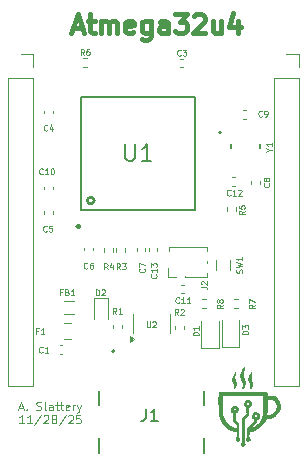
<source format=gbr>
%TF.GenerationSoftware,KiCad,Pcbnew,9.0.4*%
%TF.CreationDate,2025-11-28T03:43:33-08:00*%
%TF.ProjectId,ATmega32u4_Dev,41546d65-6761-4333-9275-345f4465762e,rev?*%
%TF.SameCoordinates,Original*%
%TF.FileFunction,Legend,Top*%
%TF.FilePolarity,Positive*%
%FSLAX46Y46*%
G04 Gerber Fmt 4.6, Leading zero omitted, Abs format (unit mm)*
G04 Created by KiCad (PCBNEW 9.0.4) date 2025-11-28 03:43:33*
%MOMM*%
%LPD*%
G01*
G04 APERTURE LIST*
%ADD10C,0.400000*%
%ADD11C,0.087500*%
%ADD12C,0.125000*%
%ADD13C,0.150000*%
%ADD14C,0.120000*%
%ADD15C,0.000000*%
%ADD16C,0.200000*%
%ADD17C,0.203200*%
%ADD18C,0.254000*%
%ADD19C,0.127000*%
G04 APERTURE END LIST*
D10*
X152202379Y-82176247D02*
X152964284Y-82176247D01*
X152049998Y-82633390D02*
X152583332Y-81033390D01*
X152583332Y-81033390D02*
X153116665Y-82633390D01*
X153421427Y-81566723D02*
X154030951Y-81566723D01*
X153649999Y-81033390D02*
X153649999Y-82404819D01*
X153649999Y-82404819D02*
X153726189Y-82557200D01*
X153726189Y-82557200D02*
X153878570Y-82633390D01*
X153878570Y-82633390D02*
X154030951Y-82633390D01*
X154564285Y-82633390D02*
X154564285Y-81566723D01*
X154564285Y-81719104D02*
X154640475Y-81642914D01*
X154640475Y-81642914D02*
X154792856Y-81566723D01*
X154792856Y-81566723D02*
X155021428Y-81566723D01*
X155021428Y-81566723D02*
X155173809Y-81642914D01*
X155173809Y-81642914D02*
X155249999Y-81795295D01*
X155249999Y-81795295D02*
X155249999Y-82633390D01*
X155249999Y-81795295D02*
X155326190Y-81642914D01*
X155326190Y-81642914D02*
X155478571Y-81566723D01*
X155478571Y-81566723D02*
X155707142Y-81566723D01*
X155707142Y-81566723D02*
X155859523Y-81642914D01*
X155859523Y-81642914D02*
X155935713Y-81795295D01*
X155935713Y-81795295D02*
X155935713Y-82633390D01*
X157307142Y-82557200D02*
X157154761Y-82633390D01*
X157154761Y-82633390D02*
X156849999Y-82633390D01*
X156849999Y-82633390D02*
X156697618Y-82557200D01*
X156697618Y-82557200D02*
X156621427Y-82404819D01*
X156621427Y-82404819D02*
X156621427Y-81795295D01*
X156621427Y-81795295D02*
X156697618Y-81642914D01*
X156697618Y-81642914D02*
X156849999Y-81566723D01*
X156849999Y-81566723D02*
X157154761Y-81566723D01*
X157154761Y-81566723D02*
X157307142Y-81642914D01*
X157307142Y-81642914D02*
X157383332Y-81795295D01*
X157383332Y-81795295D02*
X157383332Y-81947676D01*
X157383332Y-81947676D02*
X156621427Y-82100057D01*
X158754761Y-81566723D02*
X158754761Y-82861961D01*
X158754761Y-82861961D02*
X158678571Y-83014342D01*
X158678571Y-83014342D02*
X158602380Y-83090533D01*
X158602380Y-83090533D02*
X158449999Y-83166723D01*
X158449999Y-83166723D02*
X158221428Y-83166723D01*
X158221428Y-83166723D02*
X158069047Y-83090533D01*
X158754761Y-82557200D02*
X158602380Y-82633390D01*
X158602380Y-82633390D02*
X158297618Y-82633390D01*
X158297618Y-82633390D02*
X158145237Y-82557200D01*
X158145237Y-82557200D02*
X158069047Y-82481009D01*
X158069047Y-82481009D02*
X157992856Y-82328628D01*
X157992856Y-82328628D02*
X157992856Y-81871485D01*
X157992856Y-81871485D02*
X158069047Y-81719104D01*
X158069047Y-81719104D02*
X158145237Y-81642914D01*
X158145237Y-81642914D02*
X158297618Y-81566723D01*
X158297618Y-81566723D02*
X158602380Y-81566723D01*
X158602380Y-81566723D02*
X158754761Y-81642914D01*
X160202380Y-82633390D02*
X160202380Y-81795295D01*
X160202380Y-81795295D02*
X160126190Y-81642914D01*
X160126190Y-81642914D02*
X159973809Y-81566723D01*
X159973809Y-81566723D02*
X159669047Y-81566723D01*
X159669047Y-81566723D02*
X159516666Y-81642914D01*
X160202380Y-82557200D02*
X160049999Y-82633390D01*
X160049999Y-82633390D02*
X159669047Y-82633390D01*
X159669047Y-82633390D02*
X159516666Y-82557200D01*
X159516666Y-82557200D02*
X159440475Y-82404819D01*
X159440475Y-82404819D02*
X159440475Y-82252438D01*
X159440475Y-82252438D02*
X159516666Y-82100057D01*
X159516666Y-82100057D02*
X159669047Y-82023866D01*
X159669047Y-82023866D02*
X160049999Y-82023866D01*
X160049999Y-82023866D02*
X160202380Y-81947676D01*
X160811904Y-81033390D02*
X161802380Y-81033390D01*
X161802380Y-81033390D02*
X161269047Y-81642914D01*
X161269047Y-81642914D02*
X161497618Y-81642914D01*
X161497618Y-81642914D02*
X161649999Y-81719104D01*
X161649999Y-81719104D02*
X161726190Y-81795295D01*
X161726190Y-81795295D02*
X161802380Y-81947676D01*
X161802380Y-81947676D02*
X161802380Y-82328628D01*
X161802380Y-82328628D02*
X161726190Y-82481009D01*
X161726190Y-82481009D02*
X161649999Y-82557200D01*
X161649999Y-82557200D02*
X161497618Y-82633390D01*
X161497618Y-82633390D02*
X161040475Y-82633390D01*
X161040475Y-82633390D02*
X160888094Y-82557200D01*
X160888094Y-82557200D02*
X160811904Y-82481009D01*
X162411904Y-81185771D02*
X162488095Y-81109580D01*
X162488095Y-81109580D02*
X162640476Y-81033390D01*
X162640476Y-81033390D02*
X163021428Y-81033390D01*
X163021428Y-81033390D02*
X163173809Y-81109580D01*
X163173809Y-81109580D02*
X163250000Y-81185771D01*
X163250000Y-81185771D02*
X163326190Y-81338152D01*
X163326190Y-81338152D02*
X163326190Y-81490533D01*
X163326190Y-81490533D02*
X163250000Y-81719104D01*
X163250000Y-81719104D02*
X162335714Y-82633390D01*
X162335714Y-82633390D02*
X163326190Y-82633390D01*
X164697619Y-81566723D02*
X164697619Y-82633390D01*
X164011905Y-81566723D02*
X164011905Y-82404819D01*
X164011905Y-82404819D02*
X164088095Y-82557200D01*
X164088095Y-82557200D02*
X164240476Y-82633390D01*
X164240476Y-82633390D02*
X164469048Y-82633390D01*
X164469048Y-82633390D02*
X164621429Y-82557200D01*
X164621429Y-82557200D02*
X164697619Y-82481009D01*
X166145238Y-81566723D02*
X166145238Y-82633390D01*
X165764286Y-80957200D02*
X165383333Y-82100057D01*
X165383333Y-82100057D02*
X166373810Y-82100057D01*
D11*
X147633334Y-114332822D02*
X147966667Y-114332822D01*
X147566667Y-114532822D02*
X147800001Y-113832822D01*
X147800001Y-113832822D02*
X148033334Y-114532822D01*
X148266667Y-114466155D02*
X148300001Y-114499489D01*
X148300001Y-114499489D02*
X148266667Y-114532822D01*
X148266667Y-114532822D02*
X148233334Y-114499489D01*
X148233334Y-114499489D02*
X148266667Y-114466155D01*
X148266667Y-114466155D02*
X148266667Y-114532822D01*
X149100000Y-114499489D02*
X149200000Y-114532822D01*
X149200000Y-114532822D02*
X149366667Y-114532822D01*
X149366667Y-114532822D02*
X149433333Y-114499489D01*
X149433333Y-114499489D02*
X149466667Y-114466155D01*
X149466667Y-114466155D02*
X149500000Y-114399489D01*
X149500000Y-114399489D02*
X149500000Y-114332822D01*
X149500000Y-114332822D02*
X149466667Y-114266155D01*
X149466667Y-114266155D02*
X149433333Y-114232822D01*
X149433333Y-114232822D02*
X149366667Y-114199489D01*
X149366667Y-114199489D02*
X149233333Y-114166155D01*
X149233333Y-114166155D02*
X149166667Y-114132822D01*
X149166667Y-114132822D02*
X149133333Y-114099489D01*
X149133333Y-114099489D02*
X149100000Y-114032822D01*
X149100000Y-114032822D02*
X149100000Y-113966155D01*
X149100000Y-113966155D02*
X149133333Y-113899489D01*
X149133333Y-113899489D02*
X149166667Y-113866155D01*
X149166667Y-113866155D02*
X149233333Y-113832822D01*
X149233333Y-113832822D02*
X149400000Y-113832822D01*
X149400000Y-113832822D02*
X149500000Y-113866155D01*
X149900000Y-114532822D02*
X149833334Y-114499489D01*
X149833334Y-114499489D02*
X149800000Y-114432822D01*
X149800000Y-114432822D02*
X149800000Y-113832822D01*
X150466667Y-114532822D02*
X150466667Y-114166155D01*
X150466667Y-114166155D02*
X150433334Y-114099489D01*
X150433334Y-114099489D02*
X150366667Y-114066155D01*
X150366667Y-114066155D02*
X150233334Y-114066155D01*
X150233334Y-114066155D02*
X150166667Y-114099489D01*
X150466667Y-114499489D02*
X150400001Y-114532822D01*
X150400001Y-114532822D02*
X150233334Y-114532822D01*
X150233334Y-114532822D02*
X150166667Y-114499489D01*
X150166667Y-114499489D02*
X150133334Y-114432822D01*
X150133334Y-114432822D02*
X150133334Y-114366155D01*
X150133334Y-114366155D02*
X150166667Y-114299489D01*
X150166667Y-114299489D02*
X150233334Y-114266155D01*
X150233334Y-114266155D02*
X150400001Y-114266155D01*
X150400001Y-114266155D02*
X150466667Y-114232822D01*
X150700000Y-114066155D02*
X150966667Y-114066155D01*
X150800000Y-113832822D02*
X150800000Y-114432822D01*
X150800000Y-114432822D02*
X150833334Y-114499489D01*
X150833334Y-114499489D02*
X150900000Y-114532822D01*
X150900000Y-114532822D02*
X150966667Y-114532822D01*
X151100000Y-114066155D02*
X151366667Y-114066155D01*
X151200000Y-113832822D02*
X151200000Y-114432822D01*
X151200000Y-114432822D02*
X151233334Y-114499489D01*
X151233334Y-114499489D02*
X151300000Y-114532822D01*
X151300000Y-114532822D02*
X151366667Y-114532822D01*
X151866667Y-114499489D02*
X151800000Y-114532822D01*
X151800000Y-114532822D02*
X151666667Y-114532822D01*
X151666667Y-114532822D02*
X151600000Y-114499489D01*
X151600000Y-114499489D02*
X151566667Y-114432822D01*
X151566667Y-114432822D02*
X151566667Y-114166155D01*
X151566667Y-114166155D02*
X151600000Y-114099489D01*
X151600000Y-114099489D02*
X151666667Y-114066155D01*
X151666667Y-114066155D02*
X151800000Y-114066155D01*
X151800000Y-114066155D02*
X151866667Y-114099489D01*
X151866667Y-114099489D02*
X151900000Y-114166155D01*
X151900000Y-114166155D02*
X151900000Y-114232822D01*
X151900000Y-114232822D02*
X151566667Y-114299489D01*
X152200000Y-114532822D02*
X152200000Y-114066155D01*
X152200000Y-114199489D02*
X152233334Y-114132822D01*
X152233334Y-114132822D02*
X152266667Y-114099489D01*
X152266667Y-114099489D02*
X152333334Y-114066155D01*
X152333334Y-114066155D02*
X152400000Y-114066155D01*
X152566667Y-114066155D02*
X152733333Y-114532822D01*
X152900000Y-114066155D02*
X152733333Y-114532822D01*
X152733333Y-114532822D02*
X152666667Y-114699489D01*
X152666667Y-114699489D02*
X152633333Y-114732822D01*
X152633333Y-114732822D02*
X152566667Y-114766155D01*
X148049999Y-115659783D02*
X147649999Y-115659783D01*
X147849999Y-115659783D02*
X147849999Y-114959783D01*
X147849999Y-114959783D02*
X147783332Y-115059783D01*
X147783332Y-115059783D02*
X147716666Y-115126450D01*
X147716666Y-115126450D02*
X147649999Y-115159783D01*
X148716666Y-115659783D02*
X148316666Y-115659783D01*
X148516666Y-115659783D02*
X148516666Y-114959783D01*
X148516666Y-114959783D02*
X148449999Y-115059783D01*
X148449999Y-115059783D02*
X148383333Y-115126450D01*
X148383333Y-115126450D02*
X148316666Y-115159783D01*
X149516666Y-114926450D02*
X148916666Y-115826450D01*
X149716666Y-115026450D02*
X149749999Y-114993116D01*
X149749999Y-114993116D02*
X149816666Y-114959783D01*
X149816666Y-114959783D02*
X149983333Y-114959783D01*
X149983333Y-114959783D02*
X150049999Y-114993116D01*
X150049999Y-114993116D02*
X150083333Y-115026450D01*
X150083333Y-115026450D02*
X150116666Y-115093116D01*
X150116666Y-115093116D02*
X150116666Y-115159783D01*
X150116666Y-115159783D02*
X150083333Y-115259783D01*
X150083333Y-115259783D02*
X149683333Y-115659783D01*
X149683333Y-115659783D02*
X150116666Y-115659783D01*
X150516666Y-115259783D02*
X150450000Y-115226450D01*
X150450000Y-115226450D02*
X150416666Y-115193116D01*
X150416666Y-115193116D02*
X150383333Y-115126450D01*
X150383333Y-115126450D02*
X150383333Y-115093116D01*
X150383333Y-115093116D02*
X150416666Y-115026450D01*
X150416666Y-115026450D02*
X150450000Y-114993116D01*
X150450000Y-114993116D02*
X150516666Y-114959783D01*
X150516666Y-114959783D02*
X150650000Y-114959783D01*
X150650000Y-114959783D02*
X150716666Y-114993116D01*
X150716666Y-114993116D02*
X150750000Y-115026450D01*
X150750000Y-115026450D02*
X150783333Y-115093116D01*
X150783333Y-115093116D02*
X150783333Y-115126450D01*
X150783333Y-115126450D02*
X150750000Y-115193116D01*
X150750000Y-115193116D02*
X150716666Y-115226450D01*
X150716666Y-115226450D02*
X150650000Y-115259783D01*
X150650000Y-115259783D02*
X150516666Y-115259783D01*
X150516666Y-115259783D02*
X150450000Y-115293116D01*
X150450000Y-115293116D02*
X150416666Y-115326450D01*
X150416666Y-115326450D02*
X150383333Y-115393116D01*
X150383333Y-115393116D02*
X150383333Y-115526450D01*
X150383333Y-115526450D02*
X150416666Y-115593116D01*
X150416666Y-115593116D02*
X150450000Y-115626450D01*
X150450000Y-115626450D02*
X150516666Y-115659783D01*
X150516666Y-115659783D02*
X150650000Y-115659783D01*
X150650000Y-115659783D02*
X150716666Y-115626450D01*
X150716666Y-115626450D02*
X150750000Y-115593116D01*
X150750000Y-115593116D02*
X150783333Y-115526450D01*
X150783333Y-115526450D02*
X150783333Y-115393116D01*
X150783333Y-115393116D02*
X150750000Y-115326450D01*
X150750000Y-115326450D02*
X150716666Y-115293116D01*
X150716666Y-115293116D02*
X150650000Y-115259783D01*
X151583333Y-114926450D02*
X150983333Y-115826450D01*
X151783333Y-115026450D02*
X151816666Y-114993116D01*
X151816666Y-114993116D02*
X151883333Y-114959783D01*
X151883333Y-114959783D02*
X152050000Y-114959783D01*
X152050000Y-114959783D02*
X152116666Y-114993116D01*
X152116666Y-114993116D02*
X152150000Y-115026450D01*
X152150000Y-115026450D02*
X152183333Y-115093116D01*
X152183333Y-115093116D02*
X152183333Y-115159783D01*
X152183333Y-115159783D02*
X152150000Y-115259783D01*
X152150000Y-115259783D02*
X151750000Y-115659783D01*
X151750000Y-115659783D02*
X152183333Y-115659783D01*
X152816667Y-114959783D02*
X152483333Y-114959783D01*
X152483333Y-114959783D02*
X152450000Y-115293116D01*
X152450000Y-115293116D02*
X152483333Y-115259783D01*
X152483333Y-115259783D02*
X152550000Y-115226450D01*
X152550000Y-115226450D02*
X152716667Y-115226450D01*
X152716667Y-115226450D02*
X152783333Y-115259783D01*
X152783333Y-115259783D02*
X152816667Y-115293116D01*
X152816667Y-115293116D02*
X152850000Y-115359783D01*
X152850000Y-115359783D02*
X152850000Y-115526450D01*
X152850000Y-115526450D02*
X152816667Y-115593116D01*
X152816667Y-115593116D02*
X152783333Y-115626450D01*
X152783333Y-115626450D02*
X152716667Y-115659783D01*
X152716667Y-115659783D02*
X152550000Y-115659783D01*
X152550000Y-115659783D02*
X152483333Y-115626450D01*
X152483333Y-115626450D02*
X152450000Y-115593116D01*
D12*
X162824809Y-108219047D02*
X162324809Y-108219047D01*
X162324809Y-108219047D02*
X162324809Y-108099999D01*
X162324809Y-108099999D02*
X162348619Y-108028571D01*
X162348619Y-108028571D02*
X162396238Y-107980952D01*
X162396238Y-107980952D02*
X162443857Y-107957142D01*
X162443857Y-107957142D02*
X162539095Y-107933333D01*
X162539095Y-107933333D02*
X162610523Y-107933333D01*
X162610523Y-107933333D02*
X162705761Y-107957142D01*
X162705761Y-107957142D02*
X162753380Y-107980952D01*
X162753380Y-107980952D02*
X162801000Y-108028571D01*
X162801000Y-108028571D02*
X162824809Y-108099999D01*
X162824809Y-108099999D02*
X162824809Y-108219047D01*
X162824809Y-107457142D02*
X162824809Y-107742856D01*
X162824809Y-107599999D02*
X162324809Y-107599999D01*
X162324809Y-107599999D02*
X162396238Y-107647618D01*
X162396238Y-107647618D02*
X162443857Y-107695237D01*
X162443857Y-107695237D02*
X162467666Y-107742856D01*
X167604809Y-105633333D02*
X167366714Y-105799999D01*
X167604809Y-105919047D02*
X167104809Y-105919047D01*
X167104809Y-105919047D02*
X167104809Y-105728571D01*
X167104809Y-105728571D02*
X167128619Y-105680952D01*
X167128619Y-105680952D02*
X167152428Y-105657142D01*
X167152428Y-105657142D02*
X167200047Y-105633333D01*
X167200047Y-105633333D02*
X167271476Y-105633333D01*
X167271476Y-105633333D02*
X167319095Y-105657142D01*
X167319095Y-105657142D02*
X167342904Y-105680952D01*
X167342904Y-105680952D02*
X167366714Y-105728571D01*
X167366714Y-105728571D02*
X167366714Y-105919047D01*
X167104809Y-105466666D02*
X167104809Y-105133333D01*
X167104809Y-105133333D02*
X167604809Y-105347618D01*
X167024809Y-108106547D02*
X166524809Y-108106547D01*
X166524809Y-108106547D02*
X166524809Y-107987499D01*
X166524809Y-107987499D02*
X166548619Y-107916071D01*
X166548619Y-107916071D02*
X166596238Y-107868452D01*
X166596238Y-107868452D02*
X166643857Y-107844642D01*
X166643857Y-107844642D02*
X166739095Y-107820833D01*
X166739095Y-107820833D02*
X166810523Y-107820833D01*
X166810523Y-107820833D02*
X166905761Y-107844642D01*
X166905761Y-107844642D02*
X166953380Y-107868452D01*
X166953380Y-107868452D02*
X167001000Y-107916071D01*
X167001000Y-107916071D02*
X167024809Y-107987499D01*
X167024809Y-107987499D02*
X167024809Y-108106547D01*
X166524809Y-107654166D02*
X166524809Y-107344642D01*
X166524809Y-107344642D02*
X166715285Y-107511309D01*
X166715285Y-107511309D02*
X166715285Y-107439880D01*
X166715285Y-107439880D02*
X166739095Y-107392261D01*
X166739095Y-107392261D02*
X166762904Y-107368452D01*
X166762904Y-107368452D02*
X166810523Y-107344642D01*
X166810523Y-107344642D02*
X166929571Y-107344642D01*
X166929571Y-107344642D02*
X166977190Y-107368452D01*
X166977190Y-107368452D02*
X167001000Y-107392261D01*
X167001000Y-107392261D02*
X167024809Y-107439880D01*
X167024809Y-107439880D02*
X167024809Y-107582737D01*
X167024809Y-107582737D02*
X167001000Y-107630356D01*
X167001000Y-107630356D02*
X166977190Y-107654166D01*
X164874809Y-105633333D02*
X164636714Y-105799999D01*
X164874809Y-105919047D02*
X164374809Y-105919047D01*
X164374809Y-105919047D02*
X164374809Y-105728571D01*
X164374809Y-105728571D02*
X164398619Y-105680952D01*
X164398619Y-105680952D02*
X164422428Y-105657142D01*
X164422428Y-105657142D02*
X164470047Y-105633333D01*
X164470047Y-105633333D02*
X164541476Y-105633333D01*
X164541476Y-105633333D02*
X164589095Y-105657142D01*
X164589095Y-105657142D02*
X164612904Y-105680952D01*
X164612904Y-105680952D02*
X164636714Y-105728571D01*
X164636714Y-105728571D02*
X164636714Y-105919047D01*
X164589095Y-105347618D02*
X164565285Y-105395237D01*
X164565285Y-105395237D02*
X164541476Y-105419047D01*
X164541476Y-105419047D02*
X164493857Y-105442856D01*
X164493857Y-105442856D02*
X164470047Y-105442856D01*
X164470047Y-105442856D02*
X164422428Y-105419047D01*
X164422428Y-105419047D02*
X164398619Y-105395237D01*
X164398619Y-105395237D02*
X164374809Y-105347618D01*
X164374809Y-105347618D02*
X164374809Y-105252380D01*
X164374809Y-105252380D02*
X164398619Y-105204761D01*
X164398619Y-105204761D02*
X164422428Y-105180952D01*
X164422428Y-105180952D02*
X164470047Y-105157142D01*
X164470047Y-105157142D02*
X164493857Y-105157142D01*
X164493857Y-105157142D02*
X164541476Y-105180952D01*
X164541476Y-105180952D02*
X164565285Y-105204761D01*
X164565285Y-105204761D02*
X164589095Y-105252380D01*
X164589095Y-105252380D02*
X164589095Y-105347618D01*
X164589095Y-105347618D02*
X164612904Y-105395237D01*
X164612904Y-105395237D02*
X164636714Y-105419047D01*
X164636714Y-105419047D02*
X164684333Y-105442856D01*
X164684333Y-105442856D02*
X164779571Y-105442856D01*
X164779571Y-105442856D02*
X164827190Y-105419047D01*
X164827190Y-105419047D02*
X164851000Y-105395237D01*
X164851000Y-105395237D02*
X164874809Y-105347618D01*
X164874809Y-105347618D02*
X164874809Y-105252380D01*
X164874809Y-105252380D02*
X164851000Y-105204761D01*
X164851000Y-105204761D02*
X164827190Y-105180952D01*
X164827190Y-105180952D02*
X164779571Y-105157142D01*
X164779571Y-105157142D02*
X164684333Y-105157142D01*
X164684333Y-105157142D02*
X164636714Y-105180952D01*
X164636714Y-105180952D02*
X164612904Y-105204761D01*
X164612904Y-105204761D02*
X164589095Y-105252380D01*
X149616666Y-109627190D02*
X149592857Y-109651000D01*
X149592857Y-109651000D02*
X149521428Y-109674809D01*
X149521428Y-109674809D02*
X149473809Y-109674809D01*
X149473809Y-109674809D02*
X149402381Y-109651000D01*
X149402381Y-109651000D02*
X149354762Y-109603380D01*
X149354762Y-109603380D02*
X149330952Y-109555761D01*
X149330952Y-109555761D02*
X149307143Y-109460523D01*
X149307143Y-109460523D02*
X149307143Y-109389095D01*
X149307143Y-109389095D02*
X149330952Y-109293857D01*
X149330952Y-109293857D02*
X149354762Y-109246238D01*
X149354762Y-109246238D02*
X149402381Y-109198619D01*
X149402381Y-109198619D02*
X149473809Y-109174809D01*
X149473809Y-109174809D02*
X149521428Y-109174809D01*
X149521428Y-109174809D02*
X149592857Y-109198619D01*
X149592857Y-109198619D02*
X149616666Y-109222428D01*
X150092857Y-109674809D02*
X149807143Y-109674809D01*
X149950000Y-109674809D02*
X149950000Y-109174809D01*
X149950000Y-109174809D02*
X149902381Y-109246238D01*
X149902381Y-109246238D02*
X149854762Y-109293857D01*
X149854762Y-109293857D02*
X149807143Y-109317666D01*
X168186666Y-89652190D02*
X168162857Y-89676000D01*
X168162857Y-89676000D02*
X168091428Y-89699809D01*
X168091428Y-89699809D02*
X168043809Y-89699809D01*
X168043809Y-89699809D02*
X167972381Y-89676000D01*
X167972381Y-89676000D02*
X167924762Y-89628380D01*
X167924762Y-89628380D02*
X167900952Y-89580761D01*
X167900952Y-89580761D02*
X167877143Y-89485523D01*
X167877143Y-89485523D02*
X167877143Y-89414095D01*
X167877143Y-89414095D02*
X167900952Y-89318857D01*
X167900952Y-89318857D02*
X167924762Y-89271238D01*
X167924762Y-89271238D02*
X167972381Y-89223619D01*
X167972381Y-89223619D02*
X168043809Y-89199809D01*
X168043809Y-89199809D02*
X168091428Y-89199809D01*
X168091428Y-89199809D02*
X168162857Y-89223619D01*
X168162857Y-89223619D02*
X168186666Y-89247428D01*
X168424762Y-89699809D02*
X168520000Y-89699809D01*
X168520000Y-89699809D02*
X168567619Y-89676000D01*
X168567619Y-89676000D02*
X168591428Y-89652190D01*
X168591428Y-89652190D02*
X168639047Y-89580761D01*
X168639047Y-89580761D02*
X168662857Y-89485523D01*
X168662857Y-89485523D02*
X168662857Y-89295047D01*
X168662857Y-89295047D02*
X168639047Y-89247428D01*
X168639047Y-89247428D02*
X168615238Y-89223619D01*
X168615238Y-89223619D02*
X168567619Y-89199809D01*
X168567619Y-89199809D02*
X168472381Y-89199809D01*
X168472381Y-89199809D02*
X168424762Y-89223619D01*
X168424762Y-89223619D02*
X168400952Y-89247428D01*
X168400952Y-89247428D02*
X168377143Y-89295047D01*
X168377143Y-89295047D02*
X168377143Y-89414095D01*
X168377143Y-89414095D02*
X168400952Y-89461714D01*
X168400952Y-89461714D02*
X168424762Y-89485523D01*
X168424762Y-89485523D02*
X168472381Y-89509333D01*
X168472381Y-89509333D02*
X168567619Y-89509333D01*
X168567619Y-89509333D02*
X168615238Y-89485523D01*
X168615238Y-89485523D02*
X168639047Y-89461714D01*
X168639047Y-89461714D02*
X168662857Y-89414095D01*
X149966666Y-99377190D02*
X149942857Y-99401000D01*
X149942857Y-99401000D02*
X149871428Y-99424809D01*
X149871428Y-99424809D02*
X149823809Y-99424809D01*
X149823809Y-99424809D02*
X149752381Y-99401000D01*
X149752381Y-99401000D02*
X149704762Y-99353380D01*
X149704762Y-99353380D02*
X149680952Y-99305761D01*
X149680952Y-99305761D02*
X149657143Y-99210523D01*
X149657143Y-99210523D02*
X149657143Y-99139095D01*
X149657143Y-99139095D02*
X149680952Y-99043857D01*
X149680952Y-99043857D02*
X149704762Y-98996238D01*
X149704762Y-98996238D02*
X149752381Y-98948619D01*
X149752381Y-98948619D02*
X149823809Y-98924809D01*
X149823809Y-98924809D02*
X149871428Y-98924809D01*
X149871428Y-98924809D02*
X149942857Y-98948619D01*
X149942857Y-98948619D02*
X149966666Y-98972428D01*
X150419047Y-98924809D02*
X150180952Y-98924809D01*
X150180952Y-98924809D02*
X150157143Y-99162904D01*
X150157143Y-99162904D02*
X150180952Y-99139095D01*
X150180952Y-99139095D02*
X150228571Y-99115285D01*
X150228571Y-99115285D02*
X150347619Y-99115285D01*
X150347619Y-99115285D02*
X150395238Y-99139095D01*
X150395238Y-99139095D02*
X150419047Y-99162904D01*
X150419047Y-99162904D02*
X150442857Y-99210523D01*
X150442857Y-99210523D02*
X150442857Y-99329571D01*
X150442857Y-99329571D02*
X150419047Y-99377190D01*
X150419047Y-99377190D02*
X150395238Y-99401000D01*
X150395238Y-99401000D02*
X150347619Y-99424809D01*
X150347619Y-99424809D02*
X150228571Y-99424809D01*
X150228571Y-99424809D02*
X150180952Y-99401000D01*
X150180952Y-99401000D02*
X150157143Y-99377190D01*
X155866666Y-106374809D02*
X155700000Y-106136714D01*
X155580952Y-106374809D02*
X155580952Y-105874809D01*
X155580952Y-105874809D02*
X155771428Y-105874809D01*
X155771428Y-105874809D02*
X155819047Y-105898619D01*
X155819047Y-105898619D02*
X155842857Y-105922428D01*
X155842857Y-105922428D02*
X155866666Y-105970047D01*
X155866666Y-105970047D02*
X155866666Y-106041476D01*
X155866666Y-106041476D02*
X155842857Y-106089095D01*
X155842857Y-106089095D02*
X155819047Y-106112904D01*
X155819047Y-106112904D02*
X155771428Y-106136714D01*
X155771428Y-106136714D02*
X155580952Y-106136714D01*
X156342857Y-106374809D02*
X156057143Y-106374809D01*
X156200000Y-106374809D02*
X156200000Y-105874809D01*
X156200000Y-105874809D02*
X156152381Y-105946238D01*
X156152381Y-105946238D02*
X156104762Y-105993857D01*
X156104762Y-105993857D02*
X156057143Y-106017666D01*
X163024809Y-104106666D02*
X163381952Y-104106666D01*
X163381952Y-104106666D02*
X163453380Y-104130475D01*
X163453380Y-104130475D02*
X163501000Y-104178094D01*
X163501000Y-104178094D02*
X163524809Y-104249523D01*
X163524809Y-104249523D02*
X163524809Y-104297142D01*
X163072428Y-103892380D02*
X163048619Y-103868571D01*
X163048619Y-103868571D02*
X163024809Y-103820952D01*
X163024809Y-103820952D02*
X163024809Y-103701904D01*
X163024809Y-103701904D02*
X163048619Y-103654285D01*
X163048619Y-103654285D02*
X163072428Y-103630476D01*
X163072428Y-103630476D02*
X163120047Y-103606666D01*
X163120047Y-103606666D02*
X163167666Y-103606666D01*
X163167666Y-103606666D02*
X163239095Y-103630476D01*
X163239095Y-103630476D02*
X163524809Y-103916190D01*
X163524809Y-103916190D02*
X163524809Y-103606666D01*
D13*
X158366666Y-114454819D02*
X158366666Y-115169104D01*
X158366666Y-115169104D02*
X158319047Y-115311961D01*
X158319047Y-115311961D02*
X158223809Y-115407200D01*
X158223809Y-115407200D02*
X158080952Y-115454819D01*
X158080952Y-115454819D02*
X157985714Y-115454819D01*
X159366666Y-115454819D02*
X158795238Y-115454819D01*
X159080952Y-115454819D02*
X159080952Y-114454819D01*
X159080952Y-114454819D02*
X158985714Y-114597676D01*
X158985714Y-114597676D02*
X158890476Y-114692914D01*
X158890476Y-114692914D02*
X158795238Y-114740533D01*
D12*
X161116666Y-106474809D02*
X160950000Y-106236714D01*
X160830952Y-106474809D02*
X160830952Y-105974809D01*
X160830952Y-105974809D02*
X161021428Y-105974809D01*
X161021428Y-105974809D02*
X161069047Y-105998619D01*
X161069047Y-105998619D02*
X161092857Y-106022428D01*
X161092857Y-106022428D02*
X161116666Y-106070047D01*
X161116666Y-106070047D02*
X161116666Y-106141476D01*
X161116666Y-106141476D02*
X161092857Y-106189095D01*
X161092857Y-106189095D02*
X161069047Y-106212904D01*
X161069047Y-106212904D02*
X161021428Y-106236714D01*
X161021428Y-106236714D02*
X160830952Y-106236714D01*
X161307143Y-106022428D02*
X161330952Y-105998619D01*
X161330952Y-105998619D02*
X161378571Y-105974809D01*
X161378571Y-105974809D02*
X161497619Y-105974809D01*
X161497619Y-105974809D02*
X161545238Y-105998619D01*
X161545238Y-105998619D02*
X161569047Y-106022428D01*
X161569047Y-106022428D02*
X161592857Y-106070047D01*
X161592857Y-106070047D02*
X161592857Y-106117666D01*
X161592857Y-106117666D02*
X161569047Y-106189095D01*
X161569047Y-106189095D02*
X161283333Y-106474809D01*
X161283333Y-106474809D02*
X161592857Y-106474809D01*
X161316666Y-84477190D02*
X161292857Y-84501000D01*
X161292857Y-84501000D02*
X161221428Y-84524809D01*
X161221428Y-84524809D02*
X161173809Y-84524809D01*
X161173809Y-84524809D02*
X161102381Y-84501000D01*
X161102381Y-84501000D02*
X161054762Y-84453380D01*
X161054762Y-84453380D02*
X161030952Y-84405761D01*
X161030952Y-84405761D02*
X161007143Y-84310523D01*
X161007143Y-84310523D02*
X161007143Y-84239095D01*
X161007143Y-84239095D02*
X161030952Y-84143857D01*
X161030952Y-84143857D02*
X161054762Y-84096238D01*
X161054762Y-84096238D02*
X161102381Y-84048619D01*
X161102381Y-84048619D02*
X161173809Y-84024809D01*
X161173809Y-84024809D02*
X161221428Y-84024809D01*
X161221428Y-84024809D02*
X161292857Y-84048619D01*
X161292857Y-84048619D02*
X161316666Y-84072428D01*
X161483333Y-84024809D02*
X161792857Y-84024809D01*
X161792857Y-84024809D02*
X161626190Y-84215285D01*
X161626190Y-84215285D02*
X161697619Y-84215285D01*
X161697619Y-84215285D02*
X161745238Y-84239095D01*
X161745238Y-84239095D02*
X161769047Y-84262904D01*
X161769047Y-84262904D02*
X161792857Y-84310523D01*
X161792857Y-84310523D02*
X161792857Y-84429571D01*
X161792857Y-84429571D02*
X161769047Y-84477190D01*
X161769047Y-84477190D02*
X161745238Y-84501000D01*
X161745238Y-84501000D02*
X161697619Y-84524809D01*
X161697619Y-84524809D02*
X161554762Y-84524809D01*
X161554762Y-84524809D02*
X161507143Y-84501000D01*
X161507143Y-84501000D02*
X161483333Y-84477190D01*
X151283334Y-104562904D02*
X151116667Y-104562904D01*
X151116667Y-104824809D02*
X151116667Y-104324809D01*
X151116667Y-104324809D02*
X151354762Y-104324809D01*
X151711905Y-104562904D02*
X151783333Y-104586714D01*
X151783333Y-104586714D02*
X151807143Y-104610523D01*
X151807143Y-104610523D02*
X151830952Y-104658142D01*
X151830952Y-104658142D02*
X151830952Y-104729571D01*
X151830952Y-104729571D02*
X151807143Y-104777190D01*
X151807143Y-104777190D02*
X151783333Y-104801000D01*
X151783333Y-104801000D02*
X151735714Y-104824809D01*
X151735714Y-104824809D02*
X151545238Y-104824809D01*
X151545238Y-104824809D02*
X151545238Y-104324809D01*
X151545238Y-104324809D02*
X151711905Y-104324809D01*
X151711905Y-104324809D02*
X151759524Y-104348619D01*
X151759524Y-104348619D02*
X151783333Y-104372428D01*
X151783333Y-104372428D02*
X151807143Y-104420047D01*
X151807143Y-104420047D02*
X151807143Y-104467666D01*
X151807143Y-104467666D02*
X151783333Y-104515285D01*
X151783333Y-104515285D02*
X151759524Y-104539095D01*
X151759524Y-104539095D02*
X151711905Y-104562904D01*
X151711905Y-104562904D02*
X151545238Y-104562904D01*
X152307143Y-104824809D02*
X152021429Y-104824809D01*
X152164286Y-104824809D02*
X152164286Y-104324809D01*
X152164286Y-104324809D02*
X152116667Y-104396238D01*
X152116667Y-104396238D02*
X152069048Y-104443857D01*
X152069048Y-104443857D02*
X152021429Y-104467666D01*
X149233334Y-107862904D02*
X149066667Y-107862904D01*
X149066667Y-108124809D02*
X149066667Y-107624809D01*
X149066667Y-107624809D02*
X149304762Y-107624809D01*
X149757143Y-108124809D02*
X149471429Y-108124809D01*
X149614286Y-108124809D02*
X149614286Y-107624809D01*
X149614286Y-107624809D02*
X149566667Y-107696238D01*
X149566667Y-107696238D02*
X149519048Y-107743857D01*
X149519048Y-107743857D02*
X149471429Y-107767666D01*
X166501000Y-102916665D02*
X166524809Y-102845237D01*
X166524809Y-102845237D02*
X166524809Y-102726189D01*
X166524809Y-102726189D02*
X166501000Y-102678570D01*
X166501000Y-102678570D02*
X166477190Y-102654761D01*
X166477190Y-102654761D02*
X166429571Y-102630951D01*
X166429571Y-102630951D02*
X166381952Y-102630951D01*
X166381952Y-102630951D02*
X166334333Y-102654761D01*
X166334333Y-102654761D02*
X166310523Y-102678570D01*
X166310523Y-102678570D02*
X166286714Y-102726189D01*
X166286714Y-102726189D02*
X166262904Y-102821427D01*
X166262904Y-102821427D02*
X166239095Y-102869046D01*
X166239095Y-102869046D02*
X166215285Y-102892856D01*
X166215285Y-102892856D02*
X166167666Y-102916665D01*
X166167666Y-102916665D02*
X166120047Y-102916665D01*
X166120047Y-102916665D02*
X166072428Y-102892856D01*
X166072428Y-102892856D02*
X166048619Y-102869046D01*
X166048619Y-102869046D02*
X166024809Y-102821427D01*
X166024809Y-102821427D02*
X166024809Y-102702380D01*
X166024809Y-102702380D02*
X166048619Y-102630951D01*
X166024809Y-102464285D02*
X166524809Y-102345237D01*
X166524809Y-102345237D02*
X166167666Y-102249999D01*
X166167666Y-102249999D02*
X166524809Y-102154761D01*
X166524809Y-102154761D02*
X166024809Y-102035714D01*
X166524809Y-101583332D02*
X166524809Y-101869046D01*
X166524809Y-101726189D02*
X166024809Y-101726189D01*
X166024809Y-101726189D02*
X166096238Y-101773808D01*
X166096238Y-101773808D02*
X166143857Y-101821427D01*
X166143857Y-101821427D02*
X166167666Y-101869046D01*
X153116666Y-84474809D02*
X152950000Y-84236714D01*
X152830952Y-84474809D02*
X152830952Y-83974809D01*
X152830952Y-83974809D02*
X153021428Y-83974809D01*
X153021428Y-83974809D02*
X153069047Y-83998619D01*
X153069047Y-83998619D02*
X153092857Y-84022428D01*
X153092857Y-84022428D02*
X153116666Y-84070047D01*
X153116666Y-84070047D02*
X153116666Y-84141476D01*
X153116666Y-84141476D02*
X153092857Y-84189095D01*
X153092857Y-84189095D02*
X153069047Y-84212904D01*
X153069047Y-84212904D02*
X153021428Y-84236714D01*
X153021428Y-84236714D02*
X152830952Y-84236714D01*
X153545238Y-83974809D02*
X153450000Y-83974809D01*
X153450000Y-83974809D02*
X153402381Y-83998619D01*
X153402381Y-83998619D02*
X153378571Y-84022428D01*
X153378571Y-84022428D02*
X153330952Y-84093857D01*
X153330952Y-84093857D02*
X153307143Y-84189095D01*
X153307143Y-84189095D02*
X153307143Y-84379571D01*
X153307143Y-84379571D02*
X153330952Y-84427190D01*
X153330952Y-84427190D02*
X153354762Y-84451000D01*
X153354762Y-84451000D02*
X153402381Y-84474809D01*
X153402381Y-84474809D02*
X153497619Y-84474809D01*
X153497619Y-84474809D02*
X153545238Y-84451000D01*
X153545238Y-84451000D02*
X153569047Y-84427190D01*
X153569047Y-84427190D02*
X153592857Y-84379571D01*
X153592857Y-84379571D02*
X153592857Y-84260523D01*
X153592857Y-84260523D02*
X153569047Y-84212904D01*
X153569047Y-84212904D02*
X153545238Y-84189095D01*
X153545238Y-84189095D02*
X153497619Y-84165285D01*
X153497619Y-84165285D02*
X153402381Y-84165285D01*
X153402381Y-84165285D02*
X153354762Y-84189095D01*
X153354762Y-84189095D02*
X153330952Y-84212904D01*
X153330952Y-84212904D02*
X153307143Y-84260523D01*
X166724809Y-97683333D02*
X166486714Y-97849999D01*
X166724809Y-97969047D02*
X166224809Y-97969047D01*
X166224809Y-97969047D02*
X166224809Y-97778571D01*
X166224809Y-97778571D02*
X166248619Y-97730952D01*
X166248619Y-97730952D02*
X166272428Y-97707142D01*
X166272428Y-97707142D02*
X166320047Y-97683333D01*
X166320047Y-97683333D02*
X166391476Y-97683333D01*
X166391476Y-97683333D02*
X166439095Y-97707142D01*
X166439095Y-97707142D02*
X166462904Y-97730952D01*
X166462904Y-97730952D02*
X166486714Y-97778571D01*
X166486714Y-97778571D02*
X166486714Y-97969047D01*
X166224809Y-97230952D02*
X166224809Y-97469047D01*
X166224809Y-97469047D02*
X166462904Y-97492856D01*
X166462904Y-97492856D02*
X166439095Y-97469047D01*
X166439095Y-97469047D02*
X166415285Y-97421428D01*
X166415285Y-97421428D02*
X166415285Y-97302380D01*
X166415285Y-97302380D02*
X166439095Y-97254761D01*
X166439095Y-97254761D02*
X166462904Y-97230952D01*
X166462904Y-97230952D02*
X166510523Y-97207142D01*
X166510523Y-97207142D02*
X166629571Y-97207142D01*
X166629571Y-97207142D02*
X166677190Y-97230952D01*
X166677190Y-97230952D02*
X166701000Y-97254761D01*
X166701000Y-97254761D02*
X166724809Y-97302380D01*
X166724809Y-97302380D02*
X166724809Y-97421428D01*
X166724809Y-97421428D02*
X166701000Y-97469047D01*
X166701000Y-97469047D02*
X166677190Y-97492856D01*
D13*
X156631587Y-92038635D02*
X156631587Y-93173823D01*
X156631587Y-93173823D02*
X156698363Y-93307375D01*
X156698363Y-93307375D02*
X156765139Y-93374151D01*
X156765139Y-93374151D02*
X156898690Y-93440926D01*
X156898690Y-93440926D02*
X157165793Y-93440926D01*
X157165793Y-93440926D02*
X157299345Y-93374151D01*
X157299345Y-93374151D02*
X157366121Y-93307375D01*
X157366121Y-93307375D02*
X157432896Y-93173823D01*
X157432896Y-93173823D02*
X157432896Y-92038635D01*
X158835188Y-93440926D02*
X158033879Y-93440926D01*
X158434533Y-93440926D02*
X158434533Y-92038635D01*
X158434533Y-92038635D02*
X158300982Y-92238963D01*
X158300982Y-92238963D02*
X158167430Y-92372514D01*
X158167430Y-92372514D02*
X158033879Y-92439290D01*
D12*
X149628571Y-94527190D02*
X149604762Y-94551000D01*
X149604762Y-94551000D02*
X149533333Y-94574809D01*
X149533333Y-94574809D02*
X149485714Y-94574809D01*
X149485714Y-94574809D02*
X149414286Y-94551000D01*
X149414286Y-94551000D02*
X149366667Y-94503380D01*
X149366667Y-94503380D02*
X149342857Y-94455761D01*
X149342857Y-94455761D02*
X149319048Y-94360523D01*
X149319048Y-94360523D02*
X149319048Y-94289095D01*
X149319048Y-94289095D02*
X149342857Y-94193857D01*
X149342857Y-94193857D02*
X149366667Y-94146238D01*
X149366667Y-94146238D02*
X149414286Y-94098619D01*
X149414286Y-94098619D02*
X149485714Y-94074809D01*
X149485714Y-94074809D02*
X149533333Y-94074809D01*
X149533333Y-94074809D02*
X149604762Y-94098619D01*
X149604762Y-94098619D02*
X149628571Y-94122428D01*
X150104762Y-94574809D02*
X149819048Y-94574809D01*
X149961905Y-94574809D02*
X149961905Y-94074809D01*
X149961905Y-94074809D02*
X149914286Y-94146238D01*
X149914286Y-94146238D02*
X149866667Y-94193857D01*
X149866667Y-94193857D02*
X149819048Y-94217666D01*
X150414285Y-94074809D02*
X150461904Y-94074809D01*
X150461904Y-94074809D02*
X150509523Y-94098619D01*
X150509523Y-94098619D02*
X150533333Y-94122428D01*
X150533333Y-94122428D02*
X150557142Y-94170047D01*
X150557142Y-94170047D02*
X150580952Y-94265285D01*
X150580952Y-94265285D02*
X150580952Y-94384333D01*
X150580952Y-94384333D02*
X150557142Y-94479571D01*
X150557142Y-94479571D02*
X150533333Y-94527190D01*
X150533333Y-94527190D02*
X150509523Y-94551000D01*
X150509523Y-94551000D02*
X150461904Y-94574809D01*
X150461904Y-94574809D02*
X150414285Y-94574809D01*
X150414285Y-94574809D02*
X150366666Y-94551000D01*
X150366666Y-94551000D02*
X150342857Y-94527190D01*
X150342857Y-94527190D02*
X150319047Y-94479571D01*
X150319047Y-94479571D02*
X150295238Y-94384333D01*
X150295238Y-94384333D02*
X150295238Y-94265285D01*
X150295238Y-94265285D02*
X150319047Y-94170047D01*
X150319047Y-94170047D02*
X150342857Y-94122428D01*
X150342857Y-94122428D02*
X150366666Y-94098619D01*
X150366666Y-94098619D02*
X150414285Y-94074809D01*
X150016666Y-90827190D02*
X149992857Y-90851000D01*
X149992857Y-90851000D02*
X149921428Y-90874809D01*
X149921428Y-90874809D02*
X149873809Y-90874809D01*
X149873809Y-90874809D02*
X149802381Y-90851000D01*
X149802381Y-90851000D02*
X149754762Y-90803380D01*
X149754762Y-90803380D02*
X149730952Y-90755761D01*
X149730952Y-90755761D02*
X149707143Y-90660523D01*
X149707143Y-90660523D02*
X149707143Y-90589095D01*
X149707143Y-90589095D02*
X149730952Y-90493857D01*
X149730952Y-90493857D02*
X149754762Y-90446238D01*
X149754762Y-90446238D02*
X149802381Y-90398619D01*
X149802381Y-90398619D02*
X149873809Y-90374809D01*
X149873809Y-90374809D02*
X149921428Y-90374809D01*
X149921428Y-90374809D02*
X149992857Y-90398619D01*
X149992857Y-90398619D02*
X150016666Y-90422428D01*
X150445238Y-90541476D02*
X150445238Y-90874809D01*
X150326190Y-90351000D02*
X150207143Y-90708142D01*
X150207143Y-90708142D02*
X150516666Y-90708142D01*
X158419047Y-107024809D02*
X158419047Y-107429571D01*
X158419047Y-107429571D02*
X158442857Y-107477190D01*
X158442857Y-107477190D02*
X158466666Y-107501000D01*
X158466666Y-107501000D02*
X158514285Y-107524809D01*
X158514285Y-107524809D02*
X158609523Y-107524809D01*
X158609523Y-107524809D02*
X158657142Y-107501000D01*
X158657142Y-107501000D02*
X158680952Y-107477190D01*
X158680952Y-107477190D02*
X158704761Y-107429571D01*
X158704761Y-107429571D02*
X158704761Y-107024809D01*
X158919048Y-107072428D02*
X158942857Y-107048619D01*
X158942857Y-107048619D02*
X158990476Y-107024809D01*
X158990476Y-107024809D02*
X159109524Y-107024809D01*
X159109524Y-107024809D02*
X159157143Y-107048619D01*
X159157143Y-107048619D02*
X159180952Y-107072428D01*
X159180952Y-107072428D02*
X159204762Y-107120047D01*
X159204762Y-107120047D02*
X159204762Y-107167666D01*
X159204762Y-107167666D02*
X159180952Y-107239095D01*
X159180952Y-107239095D02*
X158895238Y-107524809D01*
X158895238Y-107524809D02*
X159204762Y-107524809D01*
X158227190Y-102563333D02*
X158251000Y-102587142D01*
X158251000Y-102587142D02*
X158274809Y-102658571D01*
X158274809Y-102658571D02*
X158274809Y-102706190D01*
X158274809Y-102706190D02*
X158251000Y-102777618D01*
X158251000Y-102777618D02*
X158203380Y-102825237D01*
X158203380Y-102825237D02*
X158155761Y-102849047D01*
X158155761Y-102849047D02*
X158060523Y-102872856D01*
X158060523Y-102872856D02*
X157989095Y-102872856D01*
X157989095Y-102872856D02*
X157893857Y-102849047D01*
X157893857Y-102849047D02*
X157846238Y-102825237D01*
X157846238Y-102825237D02*
X157798619Y-102777618D01*
X157798619Y-102777618D02*
X157774809Y-102706190D01*
X157774809Y-102706190D02*
X157774809Y-102658571D01*
X157774809Y-102658571D02*
X157798619Y-102587142D01*
X157798619Y-102587142D02*
X157822428Y-102563333D01*
X157774809Y-102396666D02*
X157774809Y-102063333D01*
X157774809Y-102063333D02*
X158274809Y-102277618D01*
X168786714Y-92488094D02*
X169024809Y-92488094D01*
X168524809Y-92654760D02*
X168786714Y-92488094D01*
X168786714Y-92488094D02*
X168524809Y-92321427D01*
X169024809Y-91892856D02*
X169024809Y-92178570D01*
X169024809Y-92035713D02*
X168524809Y-92035713D01*
X168524809Y-92035713D02*
X168596238Y-92083332D01*
X168596238Y-92083332D02*
X168643857Y-92130951D01*
X168643857Y-92130951D02*
X168667666Y-92178570D01*
X159227190Y-103051428D02*
X159251000Y-103075237D01*
X159251000Y-103075237D02*
X159274809Y-103146666D01*
X159274809Y-103146666D02*
X159274809Y-103194285D01*
X159274809Y-103194285D02*
X159251000Y-103265713D01*
X159251000Y-103265713D02*
X159203380Y-103313332D01*
X159203380Y-103313332D02*
X159155761Y-103337142D01*
X159155761Y-103337142D02*
X159060523Y-103360951D01*
X159060523Y-103360951D02*
X158989095Y-103360951D01*
X158989095Y-103360951D02*
X158893857Y-103337142D01*
X158893857Y-103337142D02*
X158846238Y-103313332D01*
X158846238Y-103313332D02*
X158798619Y-103265713D01*
X158798619Y-103265713D02*
X158774809Y-103194285D01*
X158774809Y-103194285D02*
X158774809Y-103146666D01*
X158774809Y-103146666D02*
X158798619Y-103075237D01*
X158798619Y-103075237D02*
X158822428Y-103051428D01*
X159274809Y-102575237D02*
X159274809Y-102860951D01*
X159274809Y-102718094D02*
X158774809Y-102718094D01*
X158774809Y-102718094D02*
X158846238Y-102765713D01*
X158846238Y-102765713D02*
X158893857Y-102813332D01*
X158893857Y-102813332D02*
X158917666Y-102860951D01*
X158774809Y-102408571D02*
X158774809Y-102099047D01*
X158774809Y-102099047D02*
X158965285Y-102265714D01*
X158965285Y-102265714D02*
X158965285Y-102194285D01*
X158965285Y-102194285D02*
X158989095Y-102146666D01*
X158989095Y-102146666D02*
X159012904Y-102122857D01*
X159012904Y-102122857D02*
X159060523Y-102099047D01*
X159060523Y-102099047D02*
X159179571Y-102099047D01*
X159179571Y-102099047D02*
X159227190Y-102122857D01*
X159227190Y-102122857D02*
X159251000Y-102146666D01*
X159251000Y-102146666D02*
X159274809Y-102194285D01*
X159274809Y-102194285D02*
X159274809Y-102337142D01*
X159274809Y-102337142D02*
X159251000Y-102384761D01*
X159251000Y-102384761D02*
X159227190Y-102408571D01*
X154130952Y-104824809D02*
X154130952Y-104324809D01*
X154130952Y-104324809D02*
X154250000Y-104324809D01*
X154250000Y-104324809D02*
X154321428Y-104348619D01*
X154321428Y-104348619D02*
X154369047Y-104396238D01*
X154369047Y-104396238D02*
X154392857Y-104443857D01*
X154392857Y-104443857D02*
X154416666Y-104539095D01*
X154416666Y-104539095D02*
X154416666Y-104610523D01*
X154416666Y-104610523D02*
X154392857Y-104705761D01*
X154392857Y-104705761D02*
X154369047Y-104753380D01*
X154369047Y-104753380D02*
X154321428Y-104801000D01*
X154321428Y-104801000D02*
X154250000Y-104824809D01*
X154250000Y-104824809D02*
X154130952Y-104824809D01*
X154607143Y-104372428D02*
X154630952Y-104348619D01*
X154630952Y-104348619D02*
X154678571Y-104324809D01*
X154678571Y-104324809D02*
X154797619Y-104324809D01*
X154797619Y-104324809D02*
X154845238Y-104348619D01*
X154845238Y-104348619D02*
X154869047Y-104372428D01*
X154869047Y-104372428D02*
X154892857Y-104420047D01*
X154892857Y-104420047D02*
X154892857Y-104467666D01*
X154892857Y-104467666D02*
X154869047Y-104539095D01*
X154869047Y-104539095D02*
X154583333Y-104824809D01*
X154583333Y-104824809D02*
X154892857Y-104824809D01*
X156166666Y-102624809D02*
X156000000Y-102386714D01*
X155880952Y-102624809D02*
X155880952Y-102124809D01*
X155880952Y-102124809D02*
X156071428Y-102124809D01*
X156071428Y-102124809D02*
X156119047Y-102148619D01*
X156119047Y-102148619D02*
X156142857Y-102172428D01*
X156142857Y-102172428D02*
X156166666Y-102220047D01*
X156166666Y-102220047D02*
X156166666Y-102291476D01*
X156166666Y-102291476D02*
X156142857Y-102339095D01*
X156142857Y-102339095D02*
X156119047Y-102362904D01*
X156119047Y-102362904D02*
X156071428Y-102386714D01*
X156071428Y-102386714D02*
X155880952Y-102386714D01*
X156333333Y-102124809D02*
X156642857Y-102124809D01*
X156642857Y-102124809D02*
X156476190Y-102315285D01*
X156476190Y-102315285D02*
X156547619Y-102315285D01*
X156547619Y-102315285D02*
X156595238Y-102339095D01*
X156595238Y-102339095D02*
X156619047Y-102362904D01*
X156619047Y-102362904D02*
X156642857Y-102410523D01*
X156642857Y-102410523D02*
X156642857Y-102529571D01*
X156642857Y-102529571D02*
X156619047Y-102577190D01*
X156619047Y-102577190D02*
X156595238Y-102601000D01*
X156595238Y-102601000D02*
X156547619Y-102624809D01*
X156547619Y-102624809D02*
X156404762Y-102624809D01*
X156404762Y-102624809D02*
X156357143Y-102601000D01*
X156357143Y-102601000D02*
X156333333Y-102577190D01*
X161178571Y-105427190D02*
X161154762Y-105451000D01*
X161154762Y-105451000D02*
X161083333Y-105474809D01*
X161083333Y-105474809D02*
X161035714Y-105474809D01*
X161035714Y-105474809D02*
X160964286Y-105451000D01*
X160964286Y-105451000D02*
X160916667Y-105403380D01*
X160916667Y-105403380D02*
X160892857Y-105355761D01*
X160892857Y-105355761D02*
X160869048Y-105260523D01*
X160869048Y-105260523D02*
X160869048Y-105189095D01*
X160869048Y-105189095D02*
X160892857Y-105093857D01*
X160892857Y-105093857D02*
X160916667Y-105046238D01*
X160916667Y-105046238D02*
X160964286Y-104998619D01*
X160964286Y-104998619D02*
X161035714Y-104974809D01*
X161035714Y-104974809D02*
X161083333Y-104974809D01*
X161083333Y-104974809D02*
X161154762Y-104998619D01*
X161154762Y-104998619D02*
X161178571Y-105022428D01*
X161654762Y-105474809D02*
X161369048Y-105474809D01*
X161511905Y-105474809D02*
X161511905Y-104974809D01*
X161511905Y-104974809D02*
X161464286Y-105046238D01*
X161464286Y-105046238D02*
X161416667Y-105093857D01*
X161416667Y-105093857D02*
X161369048Y-105117666D01*
X162130952Y-105474809D02*
X161845238Y-105474809D01*
X161988095Y-105474809D02*
X161988095Y-104974809D01*
X161988095Y-104974809D02*
X161940476Y-105046238D01*
X161940476Y-105046238D02*
X161892857Y-105093857D01*
X161892857Y-105093857D02*
X161845238Y-105117666D01*
X165528571Y-96327190D02*
X165504762Y-96351000D01*
X165504762Y-96351000D02*
X165433333Y-96374809D01*
X165433333Y-96374809D02*
X165385714Y-96374809D01*
X165385714Y-96374809D02*
X165314286Y-96351000D01*
X165314286Y-96351000D02*
X165266667Y-96303380D01*
X165266667Y-96303380D02*
X165242857Y-96255761D01*
X165242857Y-96255761D02*
X165219048Y-96160523D01*
X165219048Y-96160523D02*
X165219048Y-96089095D01*
X165219048Y-96089095D02*
X165242857Y-95993857D01*
X165242857Y-95993857D02*
X165266667Y-95946238D01*
X165266667Y-95946238D02*
X165314286Y-95898619D01*
X165314286Y-95898619D02*
X165385714Y-95874809D01*
X165385714Y-95874809D02*
X165433333Y-95874809D01*
X165433333Y-95874809D02*
X165504762Y-95898619D01*
X165504762Y-95898619D02*
X165528571Y-95922428D01*
X166004762Y-96374809D02*
X165719048Y-96374809D01*
X165861905Y-96374809D02*
X165861905Y-95874809D01*
X165861905Y-95874809D02*
X165814286Y-95946238D01*
X165814286Y-95946238D02*
X165766667Y-95993857D01*
X165766667Y-95993857D02*
X165719048Y-96017666D01*
X166195238Y-95922428D02*
X166219047Y-95898619D01*
X166219047Y-95898619D02*
X166266666Y-95874809D01*
X166266666Y-95874809D02*
X166385714Y-95874809D01*
X166385714Y-95874809D02*
X166433333Y-95898619D01*
X166433333Y-95898619D02*
X166457142Y-95922428D01*
X166457142Y-95922428D02*
X166480952Y-95970047D01*
X166480952Y-95970047D02*
X166480952Y-96017666D01*
X166480952Y-96017666D02*
X166457142Y-96089095D01*
X166457142Y-96089095D02*
X166171428Y-96374809D01*
X166171428Y-96374809D02*
X166480952Y-96374809D01*
X155116666Y-102624809D02*
X154950000Y-102386714D01*
X154830952Y-102624809D02*
X154830952Y-102124809D01*
X154830952Y-102124809D02*
X155021428Y-102124809D01*
X155021428Y-102124809D02*
X155069047Y-102148619D01*
X155069047Y-102148619D02*
X155092857Y-102172428D01*
X155092857Y-102172428D02*
X155116666Y-102220047D01*
X155116666Y-102220047D02*
X155116666Y-102291476D01*
X155116666Y-102291476D02*
X155092857Y-102339095D01*
X155092857Y-102339095D02*
X155069047Y-102362904D01*
X155069047Y-102362904D02*
X155021428Y-102386714D01*
X155021428Y-102386714D02*
X154830952Y-102386714D01*
X155545238Y-102291476D02*
X155545238Y-102624809D01*
X155426190Y-102101000D02*
X155307143Y-102458142D01*
X155307143Y-102458142D02*
X155616666Y-102458142D01*
X168777190Y-95333333D02*
X168801000Y-95357142D01*
X168801000Y-95357142D02*
X168824809Y-95428571D01*
X168824809Y-95428571D02*
X168824809Y-95476190D01*
X168824809Y-95476190D02*
X168801000Y-95547618D01*
X168801000Y-95547618D02*
X168753380Y-95595237D01*
X168753380Y-95595237D02*
X168705761Y-95619047D01*
X168705761Y-95619047D02*
X168610523Y-95642856D01*
X168610523Y-95642856D02*
X168539095Y-95642856D01*
X168539095Y-95642856D02*
X168443857Y-95619047D01*
X168443857Y-95619047D02*
X168396238Y-95595237D01*
X168396238Y-95595237D02*
X168348619Y-95547618D01*
X168348619Y-95547618D02*
X168324809Y-95476190D01*
X168324809Y-95476190D02*
X168324809Y-95428571D01*
X168324809Y-95428571D02*
X168348619Y-95357142D01*
X168348619Y-95357142D02*
X168372428Y-95333333D01*
X168539095Y-95047618D02*
X168515285Y-95095237D01*
X168515285Y-95095237D02*
X168491476Y-95119047D01*
X168491476Y-95119047D02*
X168443857Y-95142856D01*
X168443857Y-95142856D02*
X168420047Y-95142856D01*
X168420047Y-95142856D02*
X168372428Y-95119047D01*
X168372428Y-95119047D02*
X168348619Y-95095237D01*
X168348619Y-95095237D02*
X168324809Y-95047618D01*
X168324809Y-95047618D02*
X168324809Y-94952380D01*
X168324809Y-94952380D02*
X168348619Y-94904761D01*
X168348619Y-94904761D02*
X168372428Y-94880952D01*
X168372428Y-94880952D02*
X168420047Y-94857142D01*
X168420047Y-94857142D02*
X168443857Y-94857142D01*
X168443857Y-94857142D02*
X168491476Y-94880952D01*
X168491476Y-94880952D02*
X168515285Y-94904761D01*
X168515285Y-94904761D02*
X168539095Y-94952380D01*
X168539095Y-94952380D02*
X168539095Y-95047618D01*
X168539095Y-95047618D02*
X168562904Y-95095237D01*
X168562904Y-95095237D02*
X168586714Y-95119047D01*
X168586714Y-95119047D02*
X168634333Y-95142856D01*
X168634333Y-95142856D02*
X168729571Y-95142856D01*
X168729571Y-95142856D02*
X168777190Y-95119047D01*
X168777190Y-95119047D02*
X168801000Y-95095237D01*
X168801000Y-95095237D02*
X168824809Y-95047618D01*
X168824809Y-95047618D02*
X168824809Y-94952380D01*
X168824809Y-94952380D02*
X168801000Y-94904761D01*
X168801000Y-94904761D02*
X168777190Y-94880952D01*
X168777190Y-94880952D02*
X168729571Y-94857142D01*
X168729571Y-94857142D02*
X168634333Y-94857142D01*
X168634333Y-94857142D02*
X168586714Y-94880952D01*
X168586714Y-94880952D02*
X168562904Y-94904761D01*
X168562904Y-94904761D02*
X168539095Y-94952380D01*
X153416666Y-102507190D02*
X153392857Y-102531000D01*
X153392857Y-102531000D02*
X153321428Y-102554809D01*
X153321428Y-102554809D02*
X153273809Y-102554809D01*
X153273809Y-102554809D02*
X153202381Y-102531000D01*
X153202381Y-102531000D02*
X153154762Y-102483380D01*
X153154762Y-102483380D02*
X153130952Y-102435761D01*
X153130952Y-102435761D02*
X153107143Y-102340523D01*
X153107143Y-102340523D02*
X153107143Y-102269095D01*
X153107143Y-102269095D02*
X153130952Y-102173857D01*
X153130952Y-102173857D02*
X153154762Y-102126238D01*
X153154762Y-102126238D02*
X153202381Y-102078619D01*
X153202381Y-102078619D02*
X153273809Y-102054809D01*
X153273809Y-102054809D02*
X153321428Y-102054809D01*
X153321428Y-102054809D02*
X153392857Y-102078619D01*
X153392857Y-102078619D02*
X153416666Y-102102428D01*
X153845238Y-102054809D02*
X153750000Y-102054809D01*
X153750000Y-102054809D02*
X153702381Y-102078619D01*
X153702381Y-102078619D02*
X153678571Y-102102428D01*
X153678571Y-102102428D02*
X153630952Y-102173857D01*
X153630952Y-102173857D02*
X153607143Y-102269095D01*
X153607143Y-102269095D02*
X153607143Y-102459571D01*
X153607143Y-102459571D02*
X153630952Y-102507190D01*
X153630952Y-102507190D02*
X153654762Y-102531000D01*
X153654762Y-102531000D02*
X153702381Y-102554809D01*
X153702381Y-102554809D02*
X153797619Y-102554809D01*
X153797619Y-102554809D02*
X153845238Y-102531000D01*
X153845238Y-102531000D02*
X153869047Y-102507190D01*
X153869047Y-102507190D02*
X153892857Y-102459571D01*
X153892857Y-102459571D02*
X153892857Y-102340523D01*
X153892857Y-102340523D02*
X153869047Y-102292904D01*
X153869047Y-102292904D02*
X153845238Y-102269095D01*
X153845238Y-102269095D02*
X153797619Y-102245285D01*
X153797619Y-102245285D02*
X153702381Y-102245285D01*
X153702381Y-102245285D02*
X153654762Y-102269095D01*
X153654762Y-102269095D02*
X153630952Y-102292904D01*
X153630952Y-102292904D02*
X153607143Y-102340523D01*
D14*
%TO.C,D1*%
X163065000Y-106962500D02*
X163065000Y-109247500D01*
X164535000Y-109247500D02*
X164535000Y-106962500D01*
X163065000Y-109247500D02*
X164535000Y-109247500D01*
%TO.C,R7*%
X166143641Y-105930000D02*
X165836359Y-105930000D01*
X166143641Y-105170000D02*
X165836359Y-105170000D01*
%TO.C,D3*%
X164765000Y-106937500D02*
X164765000Y-109222500D01*
X164765000Y-109222500D02*
X166235000Y-109222500D01*
X166235000Y-109222500D02*
X166235000Y-106937500D01*
%TO.C,R8*%
X163136359Y-105170000D02*
X163443641Y-105170000D01*
X163136359Y-105930000D02*
X163443641Y-105930000D01*
%TO.C,C1*%
X151062164Y-109040000D02*
X151277836Y-109040000D01*
X151062164Y-109760000D02*
X151277836Y-109760000D01*
%TO.C,C9*%
X166612164Y-89140000D02*
X166827836Y-89140000D01*
X166612164Y-89860000D02*
X166827836Y-89860000D01*
%TO.C,J3*%
X169190000Y-86450000D02*
X169190000Y-112510000D01*
X169190000Y-86450000D02*
X171310000Y-86450000D01*
X169190000Y-112510000D02*
X171310000Y-112510000D01*
X170250000Y-84390000D02*
X171310000Y-84390000D01*
X171310000Y-84390000D02*
X171310000Y-85450000D01*
X171310000Y-86450000D02*
X171310000Y-112510000D01*
D15*
%TO.C,G\u002A\u002A\u002A*%
G36*
X167332790Y-111343653D02*
G01*
X167362011Y-111365588D01*
X167375133Y-111395729D01*
X167372647Y-111440680D01*
X167355040Y-111507045D01*
X167346774Y-111532442D01*
X167316332Y-111651137D01*
X167307170Y-111767378D01*
X167319646Y-111889274D01*
X167354118Y-112024937D01*
X167370782Y-112075262D01*
X167410380Y-112206001D01*
X167429553Y-112317380D01*
X167427716Y-112416823D01*
X167404283Y-112511757D01*
X167358669Y-112609607D01*
X167324127Y-112667028D01*
X167281936Y-112724914D01*
X167245725Y-112753984D01*
X167210578Y-112756926D01*
X167182910Y-112744209D01*
X167169518Y-112726803D01*
X167167606Y-112693350D01*
X167173885Y-112648631D01*
X167187646Y-112544853D01*
X167186993Y-112456067D01*
X167170214Y-112370290D01*
X167135594Y-112275542D01*
X167113443Y-112226154D01*
X167080068Y-112153043D01*
X167058634Y-112098602D01*
X167046505Y-112051522D01*
X167041041Y-112000497D01*
X167039607Y-111934220D01*
X167039568Y-111909487D01*
X167042646Y-111821039D01*
X167053893Y-111745266D01*
X167076331Y-111674115D01*
X167112978Y-111599532D01*
X167166857Y-111513466D01*
X167213131Y-111446729D01*
X167255159Y-111389015D01*
X167283931Y-111354745D01*
X167304539Y-111339534D01*
X167322073Y-111338996D01*
X167332790Y-111343653D01*
G37*
G36*
X165983988Y-111355218D02*
G01*
X165989780Y-111359663D01*
X166010395Y-111394309D01*
X166010713Y-111448897D01*
X165990527Y-111525824D01*
X165971050Y-111577447D01*
X165938150Y-111694542D01*
X165932921Y-111818638D01*
X165955598Y-111953243D01*
X166005969Y-112100787D01*
X166035553Y-112175312D01*
X166053375Y-112231055D01*
X166061821Y-112279417D01*
X166063279Y-112331797D01*
X166061897Y-112367859D01*
X166056710Y-112431033D01*
X166045881Y-112482230D01*
X166025400Y-112533849D01*
X165991259Y-112598290D01*
X165982295Y-112614059D01*
X165942564Y-112679901D01*
X165912506Y-112720077D01*
X165888080Y-112739302D01*
X165871969Y-112742820D01*
X165833869Y-112733053D01*
X165816329Y-112719943D01*
X165806400Y-112695103D01*
X165808111Y-112653055D01*
X165816311Y-112608617D01*
X165829118Y-112506462D01*
X165820765Y-112407492D01*
X165789729Y-112302916D01*
X165746815Y-112207868D01*
X165709642Y-112129531D01*
X165686609Y-112066428D01*
X165673829Y-112005754D01*
X165668294Y-111949137D01*
X165667153Y-111866640D01*
X165677187Y-111791678D01*
X165700989Y-111716502D01*
X165741152Y-111633364D01*
X165800269Y-111534519D01*
X165814440Y-111512422D01*
X165866370Y-111434742D01*
X165905783Y-111383237D01*
X165936186Y-111354851D01*
X165961086Y-111346530D01*
X165983988Y-111355218D01*
G37*
G36*
X166776551Y-110878156D02*
G01*
X166777901Y-110879487D01*
X166794900Y-110914667D01*
X166793900Y-110970163D01*
X166774582Y-111048593D01*
X166748466Y-111122524D01*
X166697595Y-111267250D01*
X166665641Y-111388439D01*
X166651860Y-111489475D01*
X166653172Y-111555748D01*
X166662086Y-111604400D01*
X166680102Y-111675623D01*
X166704802Y-111760708D01*
X166733767Y-111850948D01*
X166741212Y-111872775D01*
X166785143Y-112011292D01*
X166812345Y-112127379D01*
X166823225Y-112227195D01*
X166818192Y-112316899D01*
X166797655Y-112402652D01*
X166779571Y-112451154D01*
X166752529Y-112509892D01*
X166718979Y-112573616D01*
X166683098Y-112635479D01*
X166649067Y-112688639D01*
X166621064Y-112726251D01*
X166603270Y-112741470D01*
X166602275Y-112741504D01*
X166576436Y-112735529D01*
X166564568Y-112731851D01*
X166529195Y-112720365D01*
X166519659Y-112717378D01*
X166511298Y-112704163D01*
X166514294Y-112669994D01*
X166529151Y-112610259D01*
X166532708Y-112597865D01*
X166557169Y-112482617D01*
X166564873Y-112369119D01*
X166555566Y-112267677D01*
X166542053Y-112217820D01*
X166524608Y-112174736D01*
X166496821Y-112111382D01*
X166463002Y-112037427D01*
X166438029Y-111984487D01*
X166401225Y-111904963D01*
X166377144Y-111844030D01*
X166362689Y-111790940D01*
X166354763Y-111734945D01*
X166351154Y-111682964D01*
X166350308Y-111595762D01*
X166358812Y-111513895D01*
X166378645Y-111432076D01*
X166411785Y-111345023D01*
X166460211Y-111247451D01*
X166525902Y-111134076D01*
X166601746Y-111013654D01*
X166653138Y-110937684D01*
X166692856Y-110888783D01*
X166724360Y-110864317D01*
X166751106Y-110861653D01*
X166776551Y-110878156D01*
G37*
G36*
X167096053Y-113668920D02*
G01*
X167191200Y-113702446D01*
X167266195Y-113762373D01*
X167320349Y-113848189D01*
X167347895Y-113933751D01*
X167355442Y-114036097D01*
X167334587Y-114133797D01*
X167288375Y-114220206D01*
X167219850Y-114288682D01*
X167172216Y-114317028D01*
X167112041Y-114345583D01*
X167114779Y-114515035D01*
X167115854Y-114604834D01*
X167116373Y-114698943D01*
X167116269Y-114781634D01*
X167116042Y-114807574D01*
X167114568Y-114930662D01*
X166922901Y-115113737D01*
X166731234Y-115296813D01*
X166731234Y-116297909D01*
X166731234Y-117299005D01*
X166768734Y-117338922D01*
X166796900Y-117384221D01*
X166806179Y-117445622D01*
X166806234Y-117452176D01*
X166791517Y-117523924D01*
X166751911Y-117581476D01*
X166694233Y-117620921D01*
X166625303Y-117638347D01*
X166551938Y-117629844D01*
X166519544Y-117616644D01*
X166459371Y-117570163D01*
X166421535Y-117508341D01*
X166407251Y-117439109D01*
X166417732Y-117370399D01*
X166454191Y-117310142D01*
X166470319Y-117294946D01*
X166476029Y-117287984D01*
X166480899Y-117275645D01*
X166484995Y-117255444D01*
X166488383Y-117224894D01*
X166491128Y-117181510D01*
X166493297Y-117122805D01*
X166494956Y-117046294D01*
X166496170Y-116949491D01*
X166497005Y-116829910D01*
X166497527Y-116685065D01*
X166497803Y-116512470D01*
X166497898Y-116309639D01*
X166497901Y-116254824D01*
X166497901Y-115237576D01*
X166689568Y-115043519D01*
X166881234Y-114849462D01*
X166881189Y-114591974D01*
X166881144Y-114334487D01*
X166819299Y-114301154D01*
X166771793Y-114266537D01*
X166724230Y-114218174D01*
X166707901Y-114197055D01*
X166679501Y-114151484D01*
X166664708Y-114109405D01*
X166659548Y-114056286D01*
X166659354Y-114019440D01*
X166660145Y-114013430D01*
X166909504Y-114013430D01*
X166923509Y-114064878D01*
X166957198Y-114101314D01*
X167004266Y-114117745D01*
X167058411Y-114109178D01*
X167093734Y-114088372D01*
X167108893Y-114061023D01*
X167114568Y-114023017D01*
X167103753Y-113958910D01*
X167075651Y-113912668D01*
X167036770Y-113886684D01*
X166993621Y-113883355D01*
X166952712Y-113905077D01*
X166921489Y-113951962D01*
X166909504Y-114013430D01*
X166660145Y-114013430D01*
X166674071Y-113907601D01*
X166716999Y-113812510D01*
X166789723Y-113730859D01*
X166803007Y-113719802D01*
X166843838Y-113690952D01*
X166884626Y-113674213D01*
X166938223Y-113665442D01*
X166981445Y-113662306D01*
X167096053Y-113668920D01*
G37*
G36*
X168623658Y-113017063D02*
G01*
X168644510Y-113041437D01*
X168656810Y-113069033D01*
X168662750Y-113109126D01*
X168664520Y-113170995D01*
X168664568Y-113190316D01*
X168664568Y-113322661D01*
X168927068Y-113328761D01*
X169026971Y-113331345D01*
X169100617Y-113334478D01*
X169155074Y-113339281D01*
X169197414Y-113346873D01*
X169234706Y-113358375D01*
X169274020Y-113374906D01*
X169302694Y-113388259D01*
X169429724Y-113464430D01*
X169545289Y-113564957D01*
X169643339Y-113683002D01*
X169717826Y-113811724D01*
X169749295Y-113893168D01*
X169786385Y-114066668D01*
X169791145Y-114241658D01*
X169764341Y-114415673D01*
X169706741Y-114586247D01*
X169619112Y-114750914D01*
X169502220Y-114907211D01*
X169400951Y-115012629D01*
X169279815Y-115109543D01*
X169139518Y-115192768D01*
X168988498Y-115258782D01*
X168835188Y-115304063D01*
X168688025Y-115325091D01*
X168649967Y-115326154D01*
X168586324Y-115330180D01*
X168544961Y-115346710D01*
X168515335Y-115382421D01*
X168495159Y-115424216D01*
X168448621Y-115515113D01*
X168382813Y-115619378D01*
X168303740Y-115728644D01*
X168217406Y-115834547D01*
X168141599Y-115916887D01*
X168008481Y-116040825D01*
X167873644Y-116141523D01*
X167725138Y-116227462D01*
X167658215Y-116260080D01*
X167601885Y-116285325D01*
X167544570Y-116308509D01*
X167480020Y-116331769D01*
X167401983Y-116357241D01*
X167304211Y-116387062D01*
X167181234Y-116423143D01*
X167163249Y-116429615D01*
X167151183Y-116440665D01*
X167143637Y-116462365D01*
X167139215Y-116500792D01*
X167136519Y-116562020D01*
X167134832Y-116624844D01*
X167133352Y-116708946D01*
X167134436Y-116766575D01*
X167138905Y-116804547D01*
X167147581Y-116829675D01*
X167161285Y-116848776D01*
X167161916Y-116849474D01*
X167211670Y-116924190D01*
X167231881Y-117001961D01*
X167223324Y-117077082D01*
X167186779Y-117143848D01*
X167123022Y-117196555D01*
X167113924Y-117201486D01*
X167037514Y-117224246D01*
X166961379Y-117213720D01*
X166919543Y-117193495D01*
X166860984Y-117140732D01*
X166826803Y-117073601D01*
X166818225Y-117000174D01*
X166836477Y-116928525D01*
X166871564Y-116877549D01*
X166914568Y-116832663D01*
X166914568Y-116458410D01*
X166914568Y-116084158D01*
X167231234Y-115767820D01*
X167334132Y-115664514D01*
X167414778Y-115581641D01*
X167474825Y-115516404D01*
X167515924Y-115466006D01*
X167539729Y-115427648D01*
X167547892Y-115398532D01*
X167542066Y-115375862D01*
X167523902Y-115356840D01*
X167495054Y-115338667D01*
X167487236Y-115334397D01*
X167412765Y-115276706D01*
X167364327Y-115199119D01*
X167343456Y-115104341D01*
X167342719Y-115079469D01*
X167346294Y-115050338D01*
X167591604Y-115050338D01*
X167599811Y-115104063D01*
X167619195Y-115138654D01*
X167650492Y-115155603D01*
X167696819Y-115158048D01*
X167743525Y-115146658D01*
X167767422Y-115131904D01*
X167793351Y-115088580D01*
X167795498Y-115036193D01*
X167776383Y-114986156D01*
X167738524Y-114949883D01*
X167725978Y-114944137D01*
X167675410Y-114939615D01*
X167633457Y-114960730D01*
X167604170Y-115000099D01*
X167591604Y-115050338D01*
X167346294Y-115050338D01*
X167356836Y-114964423D01*
X167396499Y-114867412D01*
X167459131Y-114791187D01*
X167542154Y-114738494D01*
X167642990Y-114712082D01*
X167689731Y-114709487D01*
X167792079Y-114723493D01*
X167878711Y-114762205D01*
X167948242Y-114820668D01*
X167999286Y-114893924D01*
X168030459Y-114977015D01*
X168040374Y-115064986D01*
X168027646Y-115152878D01*
X167990889Y-115235735D01*
X167928719Y-115308600D01*
X167869079Y-115351154D01*
X167820540Y-115380812D01*
X167794499Y-115404408D01*
X167783921Y-115431328D01*
X167781791Y-115467612D01*
X167780407Y-115491411D01*
X167774649Y-115513846D01*
X167761458Y-115538828D01*
X167737775Y-115570269D01*
X167700543Y-115612079D01*
X167646703Y-115668170D01*
X167573197Y-115742453D01*
X167543950Y-115771778D01*
X167461961Y-115855280D01*
X167398913Y-115922407D01*
X167356225Y-115971536D01*
X167335319Y-116001043D01*
X167335982Y-116009487D01*
X167374290Y-116001065D01*
X167432889Y-115978287D01*
X167504072Y-115944880D01*
X167580131Y-115904574D01*
X167653358Y-115861097D01*
X167683521Y-115841364D01*
X167856036Y-115705395D01*
X168001479Y-115550060D01*
X168119442Y-115375965D01*
X168209514Y-115183717D01*
X168271288Y-114973926D01*
X168271371Y-114973541D01*
X168643728Y-114973541D01*
X168716648Y-114964490D01*
X168774569Y-114953839D01*
X168844430Y-114936289D01*
X168886713Y-114923510D01*
X169029513Y-114859337D01*
X169157053Y-114766763D01*
X169266541Y-114648302D01*
X169355182Y-114506468D01*
X169359303Y-114498230D01*
X169387225Y-114440322D01*
X169405484Y-114395180D01*
X169416132Y-114352719D01*
X169421217Y-114302853D01*
X169422790Y-114235497D01*
X169422901Y-114185351D01*
X169421234Y-114089537D01*
X169414345Y-114018021D01*
X169399403Y-113961850D01*
X169373576Y-113912076D01*
X169334033Y-113859748D01*
X169311667Y-113833730D01*
X169264851Y-113785735D01*
X169216882Y-113750603D01*
X169161233Y-113726180D01*
X169091377Y-113710317D01*
X169000787Y-113700862D01*
X168893734Y-113695980D01*
X168664568Y-113689037D01*
X168664568Y-114255269D01*
X168664264Y-114393061D01*
X168663401Y-114523286D01*
X168662054Y-114641401D01*
X168660296Y-114742861D01*
X168658200Y-114823124D01*
X168655841Y-114877645D01*
X168654148Y-114897521D01*
X168643728Y-114973541D01*
X168271371Y-114973541D01*
X168273067Y-114965636D01*
X168279145Y-114930189D01*
X168284190Y-114884366D01*
X168288287Y-114825182D01*
X168291518Y-114749653D01*
X168293967Y-114654791D01*
X168295718Y-114537612D01*
X168296855Y-114395130D01*
X168297460Y-114224361D01*
X168297611Y-114088654D01*
X168297901Y-113326154D01*
X168260401Y-113324513D01*
X168240621Y-113324369D01*
X168190248Y-113324252D01*
X168112020Y-113324158D01*
X168008677Y-113324088D01*
X167882958Y-113324040D01*
X167737603Y-113324013D01*
X167575352Y-113324006D01*
X167398944Y-113324018D01*
X167211117Y-113324048D01*
X167014613Y-113324094D01*
X166812169Y-113324155D01*
X166606526Y-113324231D01*
X166400423Y-113324321D01*
X166196600Y-113324422D01*
X165997795Y-113324534D01*
X165806749Y-113324657D01*
X165626201Y-113324788D01*
X165458889Y-113324927D01*
X165307555Y-113325073D01*
X165174936Y-113325224D01*
X165063773Y-113325380D01*
X164976805Y-113325539D01*
X164916772Y-113325700D01*
X164886412Y-113325863D01*
X164885401Y-113325875D01*
X164879407Y-113341962D01*
X164874327Y-113387414D01*
X164870146Y-113458274D01*
X164866851Y-113550588D01*
X164864430Y-113660398D01*
X164862870Y-113783749D01*
X164862156Y-113916685D01*
X164862276Y-114055250D01*
X164863217Y-114195488D01*
X164864966Y-114333444D01*
X164867509Y-114465161D01*
X164870833Y-114586684D01*
X164874926Y-114694056D01*
X164879774Y-114783322D01*
X164885364Y-114850526D01*
X164890588Y-114886865D01*
X164950823Y-115108714D01*
X165035748Y-115308509D01*
X165146273Y-115487548D01*
X165283305Y-115647133D01*
X165447751Y-115788564D01*
X165584148Y-115880192D01*
X165656716Y-115919926D01*
X165743550Y-115960953D01*
X165834731Y-115999202D01*
X165920339Y-116030601D01*
X165990453Y-116051078D01*
X166009997Y-116054993D01*
X166064568Y-116063848D01*
X166064568Y-115915004D01*
X166064568Y-115766160D01*
X165906234Y-115607569D01*
X165747901Y-115448978D01*
X165747901Y-115130033D01*
X165747901Y-114811088D01*
X165674549Y-114760621D01*
X165601396Y-114692156D01*
X165554408Y-114609650D01*
X165533138Y-114519134D01*
X165534068Y-114497636D01*
X165782178Y-114497636D01*
X165794068Y-114547437D01*
X165807425Y-114566630D01*
X165850878Y-114589122D01*
X165903084Y-114588878D01*
X165949067Y-114566572D01*
X165955825Y-114559939D01*
X165974700Y-114517187D01*
X165973955Y-114462628D01*
X165954492Y-114410724D01*
X165945761Y-114398575D01*
X165910760Y-114379390D01*
X165863618Y-114379315D01*
X165819100Y-114397780D01*
X165811713Y-114403737D01*
X165788200Y-114444409D01*
X165782178Y-114497636D01*
X165534068Y-114497636D01*
X165537139Y-114426641D01*
X165565964Y-114338202D01*
X165619166Y-114259848D01*
X165696297Y-114197610D01*
X165717121Y-114186336D01*
X165792231Y-114155443D01*
X165860838Y-114144656D01*
X165936128Y-114153095D01*
X165993023Y-114167915D01*
X166079987Y-114208371D01*
X166136772Y-114258588D01*
X166181921Y-114321100D01*
X166206846Y-114390557D01*
X166213979Y-114476032D01*
X166211016Y-114535423D01*
X166187142Y-114631346D01*
X166133959Y-114713369D01*
X166053814Y-114778019D01*
X166042421Y-114784487D01*
X165981324Y-114817820D01*
X165981279Y-115095093D01*
X165981234Y-115372365D01*
X166131234Y-115515110D01*
X166281234Y-115657854D01*
X166281234Y-116232930D01*
X166281234Y-116808007D01*
X166322901Y-116869406D01*
X166361599Y-116949324D01*
X166370147Y-117026199D01*
X166349749Y-117095198D01*
X166301609Y-117151491D01*
X166244555Y-117183881D01*
X166165718Y-117202092D01*
X166094190Y-117188723D01*
X166031947Y-117149196D01*
X165982356Y-117089097D01*
X165958467Y-117019183D01*
X165960490Y-116947575D01*
X165988635Y-116882394D01*
X166024107Y-116844849D01*
X166041775Y-116829084D01*
X166053379Y-116810470D01*
X166060189Y-116782188D01*
X166063474Y-116737418D01*
X166064502Y-116669338D01*
X166064568Y-116627398D01*
X166063319Y-116538169D01*
X166059321Y-116478730D01*
X166052199Y-116445621D01*
X166043734Y-116435686D01*
X165812922Y-116362411D01*
X165611274Y-116285033D01*
X165434652Y-116200884D01*
X165278918Y-116107294D01*
X165139935Y-116001595D01*
X165013563Y-115881117D01*
X164895665Y-115743191D01*
X164827415Y-115651154D01*
X164706039Y-115452220D01*
X164614752Y-115240553D01*
X164552531Y-115013639D01*
X164540180Y-114947042D01*
X164533779Y-114891053D01*
X164527966Y-114805187D01*
X164522802Y-114692894D01*
X164518347Y-114557625D01*
X164514664Y-114402833D01*
X164511814Y-114231968D01*
X164509857Y-114048481D01*
X164508855Y-113855825D01*
X164508869Y-113657449D01*
X164509961Y-113456806D01*
X164511345Y-113321229D01*
X164512769Y-113221882D01*
X164514769Y-113150239D01*
X164518160Y-113100672D01*
X164523760Y-113067552D01*
X164532386Y-113045251D01*
X164544854Y-113028140D01*
X164555477Y-113017063D01*
X164596386Y-112976153D01*
X166589567Y-112976153D01*
X168582749Y-112976153D01*
X168623658Y-113017063D01*
G37*
D14*
%TO.C,C5*%
X149740000Y-97722164D02*
X149740000Y-97937836D01*
X150460000Y-97722164D02*
X150460000Y-97937836D01*
%TO.C,R1*%
X155570000Y-107296359D02*
X155570000Y-107603641D01*
X156330000Y-107296359D02*
X156330000Y-107603641D01*
%TO.C,J2*%
X160215000Y-103260000D02*
X160215000Y-102500000D01*
X160340000Y-100740000D02*
X163560000Y-100740000D01*
X160340000Y-101089970D02*
X160340000Y-100740000D01*
X160950000Y-103260000D02*
X160215000Y-103260000D01*
X161685000Y-103260000D02*
X161685000Y-103185565D01*
X161685000Y-103260000D02*
X163560000Y-103260000D01*
X163560000Y-101089970D02*
X163560000Y-100740000D01*
X163560000Y-102089970D02*
X163560000Y-101910030D01*
X163560000Y-103260000D02*
X163560000Y-102910030D01*
D16*
%TO.C,J1*%
X154380000Y-112900000D02*
X154380000Y-114150000D01*
X154380000Y-116870000D02*
X154380000Y-118150000D01*
X163320000Y-112900000D02*
X163320000Y-114150000D01*
X163320000Y-118150000D02*
X163320000Y-116870000D01*
X155700000Y-109550000D02*
G75*
G02*
X155500000Y-109550000I-100000J0D01*
G01*
X155500000Y-109550000D02*
G75*
G02*
X155700000Y-109550000I100000J0D01*
G01*
D14*
%TO.C,R2*%
X160820000Y-107703641D02*
X160820000Y-107396359D01*
X161580000Y-107703641D02*
X161580000Y-107396359D01*
%TO.C,C3*%
X161262164Y-84790000D02*
X161477836Y-84790000D01*
X161262164Y-85510000D02*
X161477836Y-85510000D01*
%TO.C,FB1*%
X151414758Y-105290000D02*
X152235242Y-105290000D01*
X151414758Y-106410000D02*
X152235242Y-106410000D01*
%TO.C,F1*%
X151986252Y-107140000D02*
X151463748Y-107140000D01*
X151986252Y-108560000D02*
X151463748Y-108560000D01*
%TO.C,SW1*%
X164340000Y-102660242D02*
X164340000Y-101839758D01*
X165460000Y-102660242D02*
X165460000Y-101839758D01*
%TO.C,R6*%
X153036359Y-84770000D02*
X153343641Y-84770000D01*
X153036359Y-85530000D02*
X153343641Y-85530000D01*
%TO.C,R5*%
X165220000Y-97356359D02*
X165220000Y-97663641D01*
X165980000Y-97356359D02*
X165980000Y-97663641D01*
D17*
%TO.C,U1*%
X152900000Y-88000000D02*
X162500000Y-88000000D01*
X152900000Y-97600000D02*
X152900000Y-88000000D01*
X162500000Y-88000000D02*
X162500000Y-97600000D01*
X162500000Y-97600000D02*
X152900000Y-97600000D01*
D18*
X152777000Y-99000000D02*
G75*
G02*
X152523000Y-99000000I-127000J0D01*
G01*
X152523000Y-99000000D02*
G75*
G02*
X152777000Y-99000000I127000J0D01*
G01*
X153982700Y-96800000D02*
G75*
G02*
X153417300Y-96800000I-282700J0D01*
G01*
X153417300Y-96800000D02*
G75*
G02*
X153982700Y-96800000I282700J0D01*
G01*
D14*
%TO.C,C10*%
X149740000Y-95827836D02*
X149740000Y-95612164D01*
X150460000Y-95827836D02*
X150460000Y-95612164D01*
%TO.C,C4*%
X149740000Y-89192164D02*
X149740000Y-89407836D01*
X150460000Y-89192164D02*
X150460000Y-89407836D01*
%TO.C,U2*%
X157290000Y-107237500D02*
X157290000Y-106437500D01*
X157290000Y-107237500D02*
X157290000Y-108037500D01*
X160410000Y-107237500D02*
X160410000Y-106437500D01*
X160410000Y-107237500D02*
X160410000Y-108037500D01*
X157340000Y-108537500D02*
X157010000Y-108777500D01*
X157010000Y-108297500D01*
X157340000Y-108537500D01*
G36*
X157340000Y-108537500D02*
G01*
X157010000Y-108777500D01*
X157010000Y-108297500D01*
X157340000Y-108537500D01*
G37*
%TO.C,C7*%
X157590000Y-100842164D02*
X157590000Y-101057836D01*
X158310000Y-100842164D02*
X158310000Y-101057836D01*
D19*
%TO.C,Y1*%
X165550000Y-92020000D02*
X165550000Y-92380000D01*
X168050000Y-92020000D02*
X168050000Y-92380000D01*
D16*
X164750000Y-91050000D02*
G75*
G02*
X164550000Y-91050000I-100000J0D01*
G01*
X164550000Y-91050000D02*
G75*
G02*
X164750000Y-91050000I100000J0D01*
G01*
D14*
%TO.C,C13*%
X158590000Y-100842164D02*
X158590000Y-101057836D01*
X159310000Y-100842164D02*
X159310000Y-101057836D01*
%TO.C,D2*%
X153940000Y-105035000D02*
X153940000Y-106850000D01*
X155160000Y-105035000D02*
X153940000Y-105035000D01*
X155160000Y-106850000D02*
X155160000Y-105035000D01*
%TO.C,R3*%
X155820000Y-101143641D02*
X155820000Y-100836359D01*
X156580000Y-101143641D02*
X156580000Y-100836359D01*
%TO.C,C11*%
X161362164Y-103940000D02*
X161577836Y-103940000D01*
X161362164Y-104660000D02*
X161577836Y-104660000D01*
%TO.C,C12*%
X165662164Y-94840000D02*
X165877836Y-94840000D01*
X165662164Y-95560000D02*
X165877836Y-95560000D01*
%TO.C,R4*%
X154820000Y-101143641D02*
X154820000Y-100836359D01*
X155580000Y-101143641D02*
X155580000Y-100836359D01*
%TO.C,J4*%
X146690000Y-86450000D02*
X146690000Y-112510000D01*
X146690000Y-86450000D02*
X148810000Y-86450000D01*
X146690000Y-112510000D02*
X148810000Y-112510000D01*
X147750000Y-84390000D02*
X148810000Y-84390000D01*
X148810000Y-84390000D02*
X148810000Y-85450000D01*
X148810000Y-86450000D02*
X148810000Y-112510000D01*
%TO.C,C8*%
X167290000Y-95162164D02*
X167290000Y-95377836D01*
X168010000Y-95162164D02*
X168010000Y-95377836D01*
%TO.C,C6*%
X153140000Y-100792164D02*
X153140000Y-101007836D01*
X153860000Y-100792164D02*
X153860000Y-101007836D01*
%TD*%
M02*

</source>
